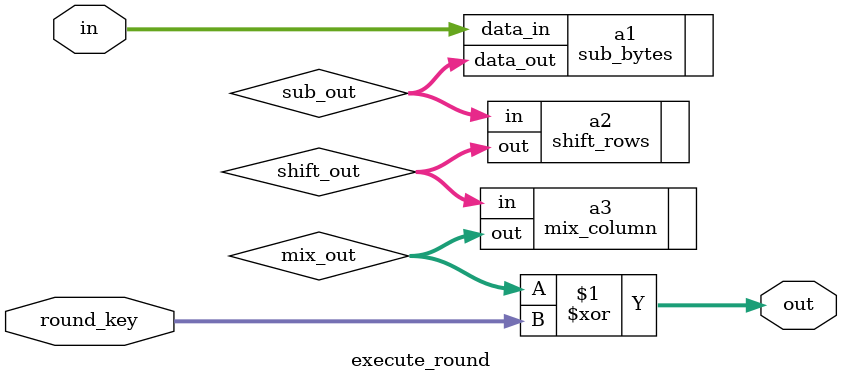
<source format=v>
module execute_round (input [127:0] in, input [127:0] round_key, output wire [127:0] out);

    wire [127:0] sub_out, shift_out, mix_out;

    sub_bytes a1(.data_in(in), .data_out(sub_out));
    shift_rows a2(.in(sub_out), .out(shift_out));
    mix_column a3(.in(shift_out), .out(mix_out));

    assign out = mix_out ^ round_key;

endmodule
</source>
